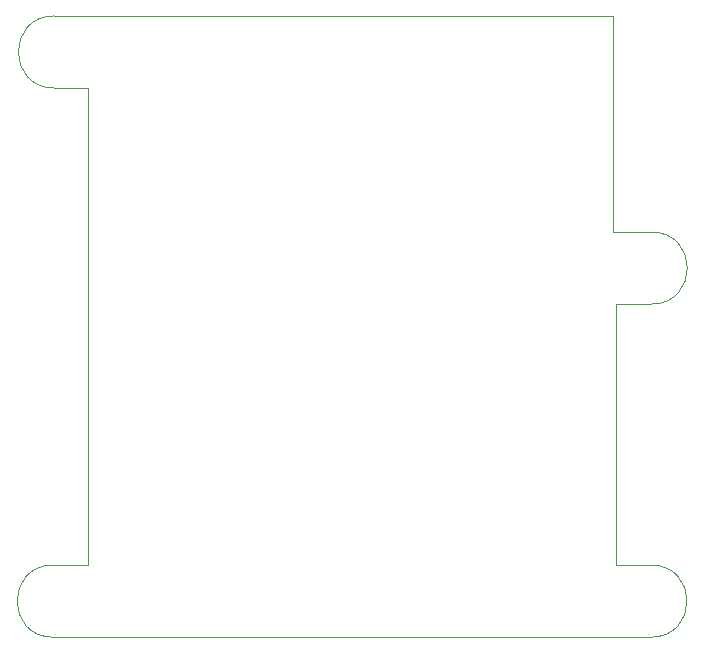
<source format=gbr>
%TF.GenerationSoftware,KiCad,Pcbnew,9.0.1*%
%TF.CreationDate,2025-07-01T00:30:54-05:00*%
%TF.ProjectId,CAN-Sensor-Hub-v1,43414e2d-5365-46e7-936f-722d4875622d,rev?*%
%TF.SameCoordinates,Original*%
%TF.FileFunction,Profile,NP*%
%FSLAX46Y46*%
G04 Gerber Fmt 4.6, Leading zero omitted, Abs format (unit mm)*
G04 Created by KiCad (PCBNEW 9.0.1) date 2025-07-01 00:30:54*
%MOMM*%
%LPD*%
G01*
G04 APERTURE LIST*
%TA.AperFunction,Profile*%
%ADD10C,0.050000*%
%TD*%
G04 APERTURE END LIST*
D10*
X169475000Y-79000000D02*
X169475000Y-60700000D01*
X172700000Y-79000000D02*
G75*
G02*
X172700000Y-85100000I0J-3050000D01*
G01*
X169475000Y-79000000D02*
X172700000Y-79000000D01*
X169750000Y-85100000D02*
X172700000Y-85100000D01*
X172675000Y-107200000D02*
G75*
G02*
X172675000Y-113300000I0J-3050000D01*
G01*
X169750000Y-107200000D02*
X172675000Y-107200000D01*
X169400000Y-113300000D02*
X172675000Y-113300000D01*
X125400000Y-113300000D02*
X122050000Y-113300000D01*
X125000000Y-107200000D02*
X122050000Y-107200000D01*
X122050000Y-113300000D02*
G75*
G02*
X122050000Y-107200000I0J3050000D01*
G01*
X122150000Y-66800000D02*
G75*
G02*
X122150000Y-60700000I0J3050000D01*
G01*
X125400000Y-60700000D02*
X122150000Y-60700000D01*
X125000000Y-66800000D02*
X122150000Y-66800000D01*
X125000000Y-107200000D02*
X125000000Y-66800000D01*
X169750000Y-85100000D02*
X169750000Y-107200000D01*
X125400000Y-60700000D02*
X169475000Y-60700000D01*
X169400000Y-113300000D02*
X125400000Y-113300000D01*
M02*

</source>
